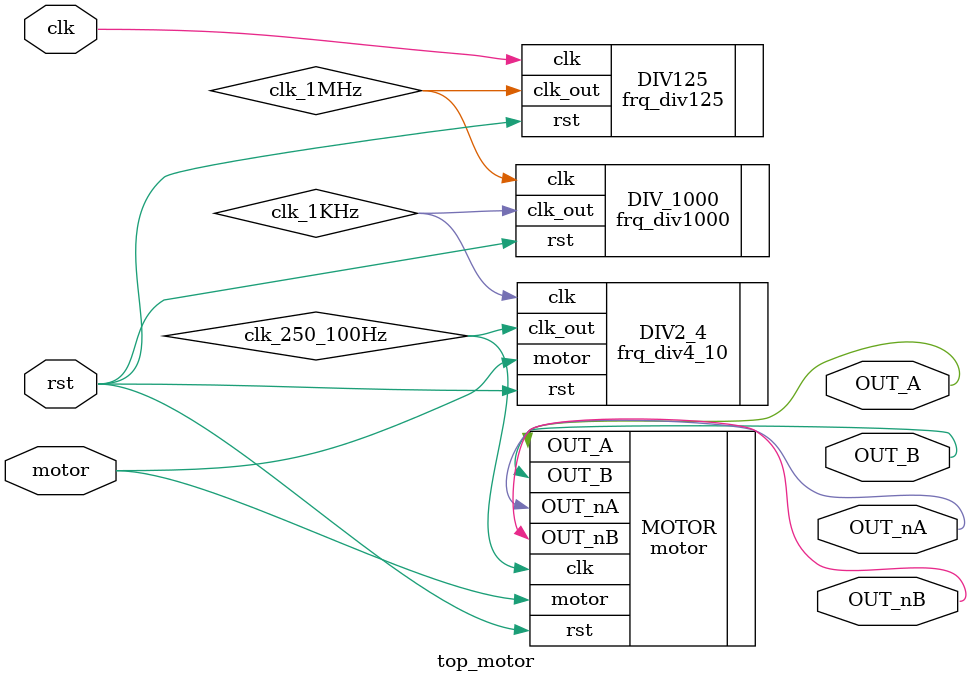
<source format=v>
`timescale 1ns / 1ps


module top_motor(clk, rst, motor, OUT_A, OUT_B, OUT_nA, OUT_nB);
 
   input clk; 
   input rst; 
   input motor; 
   output OUT_A, OUT_B,OUT_nA, OUT_nB;
   
   wire clk_1MHz; 
   wire clk_1KHz; 
   wire clk_250_100Hz; 
 
   frq_div125 DIV125(.clk(clk), .rst(rst), .clk_out(clk_1MHz)); 
   frq_div1000 DIV_1000(.clk(clk_1MHz), .rst(rst), .clk_out(clk_1KHz)); 
   frq_div4_10 DIV2_4(.clk(clk_1KHz), .rst(rst), .motor(motor), .clk_out(clk_250_100Hz)); 
   motor MOTOR (.clk(clk_250_100Hz), .rst(rst), .motor(motor), .OUT_A(OUT_A), .OUT_B(OUT_B), .OUT_nA(OUT_nA), .OUT_nB(OUT_nB));
endmodule

</source>
